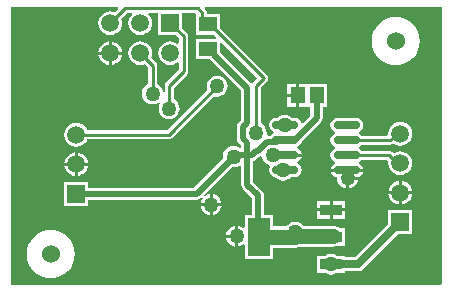
<source format=gbl>
G04*
G04 #@! TF.GenerationSoftware,Altium Limited,Altium Designer,20.0.11 (256)*
G04*
G04 Layer_Physical_Order=2*
G04 Layer_Color=16711680*
%FSLAX43Y43*%
%MOMM*%
G71*
G01*
G75*
%ADD13C,0.254*%
%ADD20R,1.300X1.450*%
%ADD32C,0.635*%
%ADD33C,0.508*%
%ADD35C,1.524*%
%ADD36C,1.500*%
%ADD37R,1.500X1.500*%
%ADD38R,1.500X1.500*%
%ADD39C,1.270*%
%ADD40R,1.500X1.250*%
%ADD41O,2.250X0.700*%
%ADD42R,1.900X3.250*%
%ADD43R,1.900X0.950*%
%ADD44C,1.270*%
G36*
X37286Y1029D02*
X37196Y939D01*
X814Y939D01*
Y24455D01*
X9858D01*
X9907Y24337D01*
X9613Y24043D01*
X9495Y24092D01*
X9233Y24127D01*
X8971Y24092D01*
X8727Y23991D01*
X8517Y23830D01*
X8356Y23620D01*
X8255Y23376D01*
X8220Y23114D01*
X8255Y22852D01*
X8356Y22608D01*
X8517Y22398D01*
X8727Y22237D01*
X8971Y22136D01*
X9233Y22101D01*
X9495Y22136D01*
X9739Y22237D01*
X9949Y22398D01*
X10110Y22608D01*
X10211Y22852D01*
X10246Y23114D01*
X10211Y23376D01*
X10162Y23494D01*
X10652Y23984D01*
X11059D01*
X11100Y23863D01*
X11057Y23830D01*
X10896Y23620D01*
X10795Y23376D01*
X10760Y23114D01*
X10795Y22852D01*
X10896Y22608D01*
X11057Y22398D01*
X11267Y22237D01*
X11511Y22136D01*
X11773Y22101D01*
X12035Y22136D01*
X12279Y22237D01*
X12489Y22398D01*
X12650Y22608D01*
X12751Y22852D01*
X12786Y23114D01*
X12751Y23376D01*
X12650Y23620D01*
X12489Y23830D01*
X12446Y23863D01*
X12487Y23984D01*
X13309D01*
Y22110D01*
X14768D01*
X15056Y21822D01*
Y21430D01*
X14929Y21367D01*
X14819Y21451D01*
X14575Y21552D01*
X14313Y21587D01*
X14051Y21552D01*
X13807Y21451D01*
X13597Y21290D01*
X13436Y21080D01*
X13335Y20836D01*
X13300Y20574D01*
X13335Y20312D01*
X13436Y20068D01*
X13597Y19858D01*
X13807Y19697D01*
X14051Y19596D01*
X14313Y19561D01*
X14575Y19596D01*
X14819Y19697D01*
X14929Y19781D01*
X15056Y19718D01*
Y19196D01*
X13949Y18090D01*
X13865Y17964D01*
X13836Y17815D01*
Y17268D01*
X13709Y17260D01*
X13693Y17377D01*
X13604Y17593D01*
X13461Y17779D01*
X13275Y17922D01*
X13215Y17946D01*
Y19520D01*
X13186Y19669D01*
X13102Y19795D01*
X12702Y20194D01*
X12751Y20312D01*
X12786Y20574D01*
X12751Y20836D01*
X12650Y21080D01*
X12489Y21290D01*
X12279Y21451D01*
X12035Y21552D01*
X11773Y21587D01*
X11511Y21552D01*
X11267Y21451D01*
X11057Y21290D01*
X10896Y21080D01*
X10795Y20836D01*
X10760Y20574D01*
X10795Y20312D01*
X10896Y20068D01*
X11057Y19858D01*
X11267Y19697D01*
X11511Y19596D01*
X11773Y19561D01*
X12035Y19596D01*
X12153Y19645D01*
X12439Y19359D01*
Y17946D01*
X12379Y17922D01*
X12193Y17779D01*
X12050Y17593D01*
X11961Y17377D01*
X11930Y17145D01*
X11961Y16913D01*
X12050Y16697D01*
X12193Y16511D01*
X12379Y16368D01*
X12595Y16279D01*
X12827Y16248D01*
X13059Y16279D01*
X13275Y16368D01*
X13389Y16456D01*
X13479Y16365D01*
X13447Y16323D01*
X13358Y16107D01*
X13327Y15875D01*
X13358Y15643D01*
X13447Y15427D01*
X13590Y15241D01*
X13776Y15098D01*
X13992Y15009D01*
X14224Y14978D01*
X14456Y15009D01*
X14672Y15098D01*
X14858Y15241D01*
X15001Y15427D01*
X15090Y15643D01*
X15121Y15875D01*
X15090Y16107D01*
X15001Y16323D01*
X14858Y16509D01*
X14672Y16652D01*
X14612Y16676D01*
Y17655D01*
X15719Y18761D01*
X15803Y18887D01*
X15832Y19035D01*
Y21983D01*
X15803Y22132D01*
X15719Y22258D01*
X15317Y22659D01*
Y23984D01*
X16430D01*
X16522Y23900D01*
Y23442D01*
X16512Y23392D01*
X16522Y23342D01*
Y22142D01*
X17981D01*
X18205Y21917D01*
X18157Y21800D01*
X16522D01*
Y20042D01*
X17673D01*
X20310Y17404D01*
Y14912D01*
X20081Y14683D01*
X19968Y14515D01*
X19929Y14316D01*
Y13370D01*
X19968Y13171D01*
X20081Y13003D01*
X20310Y12774D01*
Y12612D01*
X20183Y12549D01*
X20133Y12588D01*
X19917Y12677D01*
X19685Y12708D01*
X19453Y12677D01*
X19237Y12588D01*
X19051Y12445D01*
X18908Y12259D01*
X18819Y12043D01*
X18788Y11811D01*
X18807Y11666D01*
X16335Y9194D01*
X7354D01*
Y9680D01*
X5346D01*
Y7672D01*
X7354D01*
Y8158D01*
X16550D01*
X16748Y8197D01*
X16916Y8310D01*
X16980Y8374D01*
X17076Y8290D01*
X17003Y8195D01*
X16914Y7979D01*
X16900Y7874D01*
X17653D01*
Y8627D01*
X17548Y8613D01*
X17332Y8524D01*
X17237Y8451D01*
X17153Y8547D01*
X19540Y10933D01*
X19685Y10914D01*
X19917Y10945D01*
X20133Y11034D01*
X20196Y11083D01*
X20310Y11026D01*
Y9450D01*
X20349Y9252D01*
X20462Y9084D01*
X21237Y8309D01*
Y6879D01*
X20638D01*
Y5824D01*
X20511Y5762D01*
X20387Y5857D01*
X20171Y5946D01*
X20066Y5960D01*
Y5080D01*
Y4200D01*
X20171Y4214D01*
X20387Y4303D01*
X20511Y4398D01*
X20638Y4336D01*
Y3121D01*
X23046D01*
Y4103D01*
X24892D01*
X25124Y4134D01*
X25243Y4183D01*
X28067D01*
X28299Y4214D01*
X28437Y4271D01*
X29146D01*
Y5729D01*
X28682D01*
X28515Y5857D01*
X28299Y5946D01*
X28067Y5977D01*
X25597D01*
X25526Y6048D01*
X25340Y6191D01*
X25124Y6280D01*
X24892Y6311D01*
X24660Y6280D01*
X24444Y6191D01*
X24258Y6048D01*
X24142Y5897D01*
X23046D01*
Y6879D01*
X22273D01*
Y8523D01*
X22234Y8721D01*
X22121Y8889D01*
X21346Y9665D01*
Y11462D01*
X21426Y11478D01*
X21594Y11591D01*
X21818Y11814D01*
X21950Y11840D01*
X21991Y11868D01*
X22106Y11815D01*
X22121Y11706D01*
X22210Y11490D01*
X22353Y11304D01*
X22539Y11161D01*
X22701Y11094D01*
X22760Y10955D01*
X22726Y10904D01*
X22679Y10668D01*
X22726Y10432D01*
X22860Y10233D01*
X23059Y10099D01*
X23216Y10068D01*
X23242Y10034D01*
X23428Y9891D01*
X23644Y9802D01*
X23876Y9771D01*
X24108Y9802D01*
X24324Y9891D01*
X24510Y10034D01*
X24524Y10052D01*
X24845D01*
X25081Y10099D01*
X25280Y10233D01*
X25414Y10432D01*
X25461Y10668D01*
X25414Y10904D01*
X25280Y11103D01*
X25081Y11237D01*
X25074Y11238D01*
Y11368D01*
X25081Y11369D01*
X25280Y11503D01*
X25414Y11702D01*
X25436Y11811D01*
X24070D01*
Y12065D01*
X25436D01*
X25414Y12174D01*
X25280Y12373D01*
X25081Y12507D01*
X25074Y12508D01*
Y12638D01*
X25081Y12639D01*
X25280Y12773D01*
X25414Y12972D01*
X25432Y13062D01*
X27074Y14705D01*
X27187Y14873D01*
X27226Y15071D01*
Y16039D01*
X27612D01*
Y17997D01*
X25235D01*
Y17018D01*
Y16039D01*
X26190D01*
Y15286D01*
X25543Y14639D01*
X25422Y14675D01*
X25414Y14714D01*
X25280Y14913D01*
X25081Y15047D01*
X24845Y15094D01*
X24651D01*
X24637Y15112D01*
X24451Y15255D01*
X24235Y15344D01*
X24003Y15375D01*
X23771Y15344D01*
X23555Y15255D01*
X23369Y15112D01*
X23355Y15094D01*
X23295D01*
X23059Y15047D01*
X22860Y14913D01*
X22726Y14714D01*
X22679Y14478D01*
X22726Y14242D01*
X22860Y14043D01*
X23059Y13909D01*
X23066Y13908D01*
Y13778D01*
X23059Y13777D01*
X22860Y13643D01*
X22830Y13599D01*
X22583D01*
X22478Y13699D01*
X22470Y13720D01*
X22487Y13843D01*
X22456Y14075D01*
X22367Y14291D01*
X22224Y14477D01*
X22038Y14620D01*
X21978Y14644D01*
Y17651D01*
X22500Y18172D01*
X22584Y18298D01*
X22613Y18447D01*
X22584Y18596D01*
X22500Y18722D01*
X18530Y22691D01*
Y23900D01*
X17418D01*
Y23991D01*
X17389Y24140D01*
X17305Y24266D01*
X17233Y24337D01*
X17282Y24455D01*
X37286D01*
Y1029D01*
D02*
G37*
G36*
X21676Y18447D02*
X21315Y18087D01*
X21296Y18058D01*
X21289Y18053D01*
X21135Y18045D01*
X18530Y20649D01*
Y21427D01*
X18647Y21475D01*
X21676Y18447D01*
D02*
G37*
%LPC*%
G36*
X9360Y21570D02*
Y20701D01*
X10229D01*
X10211Y20836D01*
X10110Y21080D01*
X9949Y21290D01*
X9739Y21451D01*
X9495Y21552D01*
X9360Y21570D01*
D02*
G37*
G36*
X9106D02*
X8971Y21552D01*
X8727Y21451D01*
X8517Y21290D01*
X8356Y21080D01*
X8255Y20836D01*
X8237Y20701D01*
X9106D01*
Y21570D01*
D02*
G37*
G36*
X10229Y20447D02*
X9360D01*
Y19578D01*
X9495Y19596D01*
X9739Y19697D01*
X9949Y19858D01*
X10110Y20068D01*
X10211Y20312D01*
X10229Y20447D01*
D02*
G37*
G36*
X9106D02*
X8237D01*
X8255Y20312D01*
X8356Y20068D01*
X8517Y19858D01*
X8727Y19697D01*
X8971Y19596D01*
X9106Y19578D01*
Y20447D01*
D02*
G37*
G36*
X33401Y23632D02*
X33003Y23593D01*
X32620Y23476D01*
X32267Y23288D01*
X31957Y23034D01*
X31703Y22724D01*
X31515Y22371D01*
X31398Y21988D01*
X31359Y21590D01*
X31398Y21192D01*
X31515Y20809D01*
X31703Y20456D01*
X31957Y20146D01*
X32267Y19892D01*
X32620Y19704D01*
X33003Y19587D01*
X33401Y19548D01*
X33799Y19587D01*
X34182Y19704D01*
X34535Y19892D01*
X34845Y20146D01*
X35099Y20456D01*
X35287Y20809D01*
X35404Y21192D01*
X35443Y21590D01*
X35404Y21988D01*
X35287Y22371D01*
X35099Y22724D01*
X34845Y23034D01*
X34535Y23288D01*
X34182Y23476D01*
X33799Y23593D01*
X33401Y23632D01*
D02*
G37*
G36*
X24981Y17997D02*
X24204D01*
Y17145D01*
X24981D01*
Y17997D01*
D02*
G37*
G36*
X18288Y18677D02*
X18056Y18646D01*
X17840Y18557D01*
X17654Y18414D01*
X17511Y18228D01*
X17422Y18012D01*
X17391Y17780D01*
X17422Y17548D01*
X17447Y17488D01*
X14023Y14064D01*
X7276D01*
X7227Y14182D01*
X7066Y14392D01*
X6856Y14553D01*
X6612Y14654D01*
X6350Y14689D01*
X6088Y14654D01*
X5844Y14553D01*
X5634Y14392D01*
X5473Y14182D01*
X5372Y13938D01*
X5337Y13676D01*
X5372Y13414D01*
X5473Y13170D01*
X5634Y12960D01*
X5844Y12799D01*
X6088Y12698D01*
X6350Y12663D01*
X6612Y12698D01*
X6856Y12799D01*
X7066Y12960D01*
X7227Y13170D01*
X7276Y13288D01*
X14184D01*
X14333Y13317D01*
X14459Y13401D01*
X17996Y16939D01*
X18056Y16914D01*
X18288Y16883D01*
X18520Y16914D01*
X18736Y17003D01*
X18922Y17146D01*
X19065Y17332D01*
X19154Y17548D01*
X19185Y17780D01*
X19154Y18012D01*
X19065Y18228D01*
X18922Y18414D01*
X18736Y18557D01*
X18520Y18646D01*
X18288Y18677D01*
D02*
G37*
G36*
X24981Y16891D02*
X24204D01*
Y16039D01*
X24981D01*
Y16891D01*
D02*
G37*
G36*
X30045Y15094D02*
X28495D01*
X28259Y15047D01*
X28060Y14913D01*
X27926Y14714D01*
X27879Y14478D01*
X27926Y14242D01*
X28060Y14043D01*
X28259Y13909D01*
X28266Y13908D01*
Y13778D01*
X28259Y13777D01*
X28060Y13643D01*
X27926Y13444D01*
X27879Y13208D01*
X27926Y12972D01*
X28060Y12773D01*
X28259Y12639D01*
X28266Y12638D01*
Y12508D01*
X28259Y12507D01*
X28060Y12373D01*
X27926Y12174D01*
X27879Y11938D01*
X27926Y11702D01*
X28060Y11503D01*
X28259Y11369D01*
X28266Y11368D01*
Y11238D01*
X28259Y11237D01*
X28060Y11103D01*
X27926Y10904D01*
X27904Y10795D01*
X29270D01*
X30636D01*
X30614Y10904D01*
X30480Y11103D01*
X30281Y11237D01*
X30274Y11238D01*
Y11368D01*
X30281Y11369D01*
X30480Y11503D01*
X30512Y11550D01*
X32678D01*
X32792Y11435D01*
X32769Y11263D01*
X32804Y11001D01*
X32905Y10757D01*
X33066Y10547D01*
X33276Y10386D01*
X33520Y10285D01*
X33782Y10250D01*
X34044Y10285D01*
X34288Y10386D01*
X34498Y10547D01*
X34659Y10757D01*
X34760Y11001D01*
X34795Y11263D01*
X34760Y11525D01*
X34659Y11769D01*
X34498Y11979D01*
X34288Y12140D01*
X34044Y12241D01*
X33782Y12276D01*
X33520Y12241D01*
X33276Y12140D01*
X33225Y12101D01*
X33113Y12213D01*
X32987Y12297D01*
X32839Y12326D01*
X30512D01*
X30480Y12373D01*
X30281Y12507D01*
X30274Y12508D01*
Y12638D01*
X30281Y12639D01*
X30480Y12773D01*
X30512Y12820D01*
X32959D01*
X33107Y12849D01*
X33223Y12926D01*
X33276Y12886D01*
X33520Y12785D01*
X33782Y12750D01*
X34044Y12785D01*
X34288Y12886D01*
X34498Y13047D01*
X34659Y13257D01*
X34760Y13501D01*
X34795Y13763D01*
X34760Y14025D01*
X34659Y14269D01*
X34498Y14479D01*
X34288Y14640D01*
X34044Y14741D01*
X33782Y14776D01*
X33520Y14741D01*
X33276Y14640D01*
X33066Y14479D01*
X32905Y14269D01*
X32804Y14025D01*
X32769Y13763D01*
X32779Y13692D01*
X32695Y13596D01*
X30512D01*
X30480Y13643D01*
X30281Y13777D01*
X30274Y13778D01*
Y13908D01*
X30281Y13909D01*
X30480Y14043D01*
X30614Y14242D01*
X30661Y14478D01*
X30614Y14714D01*
X30480Y14913D01*
X30281Y15047D01*
X30045Y15094D01*
D02*
G37*
G36*
X6477Y12172D02*
Y11303D01*
X7346D01*
X7328Y11438D01*
X7227Y11682D01*
X7066Y11892D01*
X6856Y12053D01*
X6612Y12154D01*
X6477Y12172D01*
D02*
G37*
G36*
X6223D02*
X6088Y12154D01*
X5844Y12053D01*
X5634Y11892D01*
X5473Y11682D01*
X5372Y11438D01*
X5354Y11303D01*
X6223D01*
Y12172D01*
D02*
G37*
G36*
X7346Y11049D02*
X6477D01*
Y10180D01*
X6612Y10198D01*
X6856Y10299D01*
X7066Y10460D01*
X7227Y10670D01*
X7328Y10914D01*
X7346Y11049D01*
D02*
G37*
G36*
X6223D02*
X5354D01*
X5372Y10914D01*
X5473Y10670D01*
X5634Y10460D01*
X5844Y10299D01*
X6088Y10198D01*
X6223Y10180D01*
Y11049D01*
D02*
G37*
G36*
X30217Y9868D02*
X29464D01*
Y9115D01*
X29569Y9129D01*
X29785Y9218D01*
X29971Y9361D01*
X30114Y9547D01*
X30203Y9763D01*
X30217Y9868D01*
D02*
G37*
G36*
X30636Y10541D02*
X29270D01*
X27904D01*
X27926Y10432D01*
X28060Y10233D01*
X28259Y10099D01*
X28449Y10061D01*
X28440Y9995D01*
X28471Y9763D01*
X28560Y9547D01*
X28703Y9361D01*
X28889Y9218D01*
X29105Y9129D01*
X29210Y9115D01*
Y9995D01*
X29337D01*
Y10122D01*
X30315D01*
X30480Y10233D01*
X30614Y10432D01*
X30636Y10541D01*
D02*
G37*
G36*
X33909Y9759D02*
Y8890D01*
X34778D01*
X34760Y9025D01*
X34659Y9269D01*
X34498Y9479D01*
X34288Y9640D01*
X34044Y9741D01*
X33909Y9759D01*
D02*
G37*
G36*
X33655D02*
X33520Y9741D01*
X33276Y9640D01*
X33066Y9479D01*
X32905Y9269D01*
X32804Y9025D01*
X32786Y8890D01*
X33655D01*
Y9759D01*
D02*
G37*
G36*
X17907Y8627D02*
Y7874D01*
X18660D01*
X18646Y7979D01*
X18557Y8195D01*
X18414Y8381D01*
X18228Y8524D01*
X18012Y8613D01*
X17907Y8627D01*
D02*
G37*
G36*
X34778Y8636D02*
X33909D01*
Y7767D01*
X34044Y7785D01*
X34288Y7886D01*
X34498Y8047D01*
X34659Y8257D01*
X34760Y8501D01*
X34778Y8636D01*
D02*
G37*
G36*
X33655D02*
X32786D01*
X32804Y8501D01*
X32905Y8257D01*
X33066Y8047D01*
X33276Y7886D01*
X33520Y7785D01*
X33655Y7767D01*
Y8636D01*
D02*
G37*
G36*
X29146Y8029D02*
X28069D01*
Y7427D01*
X29146D01*
Y8029D01*
D02*
G37*
G36*
X27815D02*
X26738D01*
Y7427D01*
X27815D01*
Y8029D01*
D02*
G37*
G36*
X18660Y7620D02*
X17907D01*
Y6867D01*
X18012Y6881D01*
X18228Y6970D01*
X18414Y7113D01*
X18557Y7299D01*
X18646Y7515D01*
X18660Y7620D01*
D02*
G37*
G36*
X17653D02*
X16900D01*
X16914Y7515D01*
X17003Y7299D01*
X17146Y7113D01*
X17332Y6970D01*
X17548Y6881D01*
X17653Y6867D01*
Y7620D01*
D02*
G37*
G36*
X29146Y7173D02*
X28069D01*
Y6571D01*
X29146D01*
Y7173D01*
D02*
G37*
G36*
X27815D02*
X26738D01*
Y6571D01*
X27815D01*
Y7173D01*
D02*
G37*
G36*
X19812Y5960D02*
X19707Y5946D01*
X19491Y5857D01*
X19305Y5714D01*
X19162Y5528D01*
X19073Y5312D01*
X19059Y5207D01*
X19812D01*
Y5960D01*
D02*
G37*
G36*
Y4953D02*
X19059D01*
X19073Y4848D01*
X19162Y4632D01*
X19305Y4446D01*
X19491Y4303D01*
X19707Y4214D01*
X19812Y4200D01*
Y4953D01*
D02*
G37*
G36*
X34786Y7267D02*
X32778D01*
Y6083D01*
X29978Y3283D01*
X29146D01*
Y3429D01*
X28452D01*
X28390Y3477D01*
X28174Y3566D01*
X27942Y3597D01*
X27710Y3566D01*
X27494Y3477D01*
X27432Y3429D01*
X26738D01*
Y1971D01*
X27432D01*
X27494Y1923D01*
X27710Y1834D01*
X27942Y1803D01*
X28174Y1834D01*
X28390Y1923D01*
X28452Y1971D01*
X29146D01*
Y2117D01*
X30219D01*
X30442Y2162D01*
X30631Y2288D01*
X33602Y5259D01*
X34786D01*
Y7267D01*
D02*
G37*
G36*
X4191Y5598D02*
X3793Y5559D01*
X3410Y5442D01*
X3057Y5254D01*
X2747Y5000D01*
X2493Y4690D01*
X2305Y4337D01*
X2188Y3954D01*
X2149Y3556D01*
X2188Y3158D01*
X2305Y2775D01*
X2493Y2422D01*
X2747Y2112D01*
X3057Y1858D01*
X3410Y1670D01*
X3793Y1553D01*
X4191Y1514D01*
X4589Y1553D01*
X4972Y1670D01*
X5325Y1858D01*
X5635Y2112D01*
X5889Y2422D01*
X6077Y2775D01*
X6194Y3158D01*
X6233Y3556D01*
X6194Y3954D01*
X6077Y4337D01*
X5889Y4690D01*
X5635Y5000D01*
X5325Y5254D01*
X4972Y5442D01*
X4589Y5559D01*
X4191Y5598D01*
D02*
G37*
%LPD*%
D13*
X29270Y10668D02*
X29337Y10601D01*
Y9995D02*
Y10601D01*
X21590Y17812D02*
X22225Y18447D01*
X17651Y23021D02*
X22225Y18447D01*
X21590Y13843D02*
Y17812D01*
X11773Y20574D02*
X12827Y19520D01*
Y17145D02*
Y19520D01*
X14313Y23114D02*
X15444Y21983D01*
Y19035D02*
Y21983D01*
X14224Y15875D02*
Y17815D01*
X15444Y19035D01*
X14184Y13676D02*
X18288Y17780D01*
X6350Y13676D02*
X14184D01*
X32959Y13208D02*
X33514Y13763D01*
X29270Y13208D02*
X32959D01*
X32839Y11938D02*
X33514Y11263D01*
X29270Y11938D02*
X32839D01*
X17030Y23392D02*
Y23991D01*
X16649Y24372D02*
X17030Y23991D01*
X10491Y24372D02*
X16649D01*
X9233Y23114D02*
X10491Y24372D01*
D20*
X26708Y17018D02*
D03*
X25108D02*
D03*
D32*
X30219Y2700D02*
X33782Y6263D01*
X27942Y2700D02*
X30219D01*
D33*
X21752Y12319D02*
X22514Y13081D01*
X21590Y12319D02*
X21752D01*
X20828Y14697D02*
Y17619D01*
X20447Y14316D02*
X20828Y14697D01*
X20447Y13370D02*
Y14316D01*
Y13370D02*
X20828Y12989D01*
Y11957D02*
Y12989D01*
X23368Y13081D02*
Y13179D01*
X22514Y13081D02*
X23368D01*
X21228Y11957D02*
X21590Y12319D01*
X23368Y13179D02*
X24041D01*
X18022Y20425D02*
X20828Y17619D01*
Y11957D02*
X21228D01*
X6350Y8676D02*
X16550D01*
X19685Y11811D01*
X20828Y9450D02*
Y11957D01*
X19831D02*
X20828D01*
X19685Y11811D02*
X19831Y11957D01*
X24041Y13179D02*
X24070Y13208D01*
X24845D01*
X21755Y4953D02*
Y8523D01*
X20828Y9450D02*
X21755Y8523D01*
X17526Y23021D02*
X17651D01*
X24845Y13208D02*
X26708Y15071D01*
Y17018D01*
X17401Y23021D02*
X17526D01*
X17030Y23392D02*
X17401Y23021D01*
X17526Y20921D02*
X17651D01*
X18022Y20550D01*
Y20425D02*
Y20550D01*
X33514Y11263D02*
X33782D01*
X33514Y13763D02*
X33782D01*
D35*
X33401Y21590D02*
D03*
X4191Y3556D02*
D03*
D36*
X9233Y20574D02*
D03*
Y23114D02*
D03*
X11773Y20574D02*
D03*
Y23114D02*
D03*
X14313Y20574D02*
D03*
X6350Y13676D02*
D03*
Y11176D02*
D03*
X33782Y8763D02*
D03*
Y11263D02*
D03*
Y13763D02*
D03*
D37*
X14313Y23114D02*
D03*
D38*
X6350Y8676D02*
D03*
X33782Y6263D02*
D03*
D39*
X29337Y9995D02*
D03*
X19939Y5080D02*
D03*
X17780Y7747D02*
D03*
X21590Y13843D02*
D03*
X22987Y11938D02*
D03*
X12827Y17145D02*
D03*
X14224Y15875D02*
D03*
X24003Y14478D02*
D03*
X23876Y10668D02*
D03*
X18288Y17780D02*
D03*
X19685Y11811D02*
D03*
X27942Y2700D02*
D03*
X28067Y5080D02*
D03*
X24892Y5414D02*
D03*
X21755Y4953D02*
D03*
D40*
X17526Y20921D02*
D03*
Y23021D02*
D03*
D41*
X29270Y14478D02*
D03*
Y13208D02*
D03*
Y11938D02*
D03*
Y10668D02*
D03*
X24070Y14478D02*
D03*
Y13208D02*
D03*
Y11938D02*
D03*
Y10668D02*
D03*
D42*
X21842Y5000D02*
D03*
D43*
X27942Y7300D02*
D03*
Y2700D02*
D03*
Y5000D02*
D03*
D44*
X25226Y5080D02*
X28067D01*
X21842Y5000D02*
X24892D01*
Y5414D02*
X25226Y5080D01*
X24892Y5000D02*
Y5414D01*
M02*

</source>
